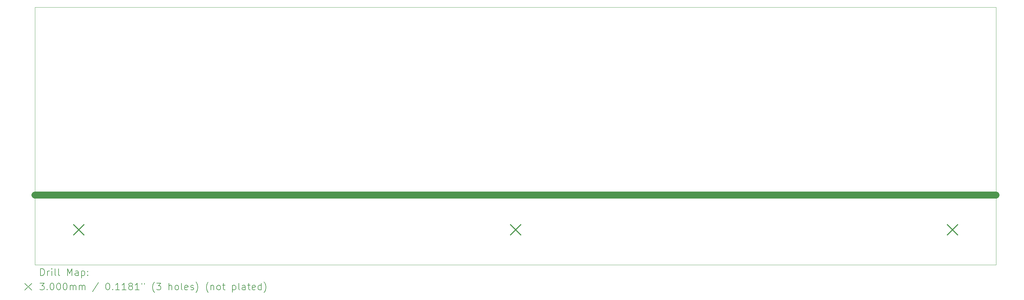
<source format=gbr>
%TF.GenerationSoftware,KiCad,Pcbnew,8.0.8*%
%TF.CreationDate,2025-03-20T18:17:03-07:00*%
%TF.ProjectId,Output Board,4f757470-7574-4204-926f-6172642e6b69,rev?*%
%TF.SameCoordinates,Original*%
%TF.FileFunction,Drillmap*%
%TF.FilePolarity,Positive*%
%FSLAX45Y45*%
G04 Gerber Fmt 4.5, Leading zero omitted, Abs format (unit mm)*
G04 Created by KiCad (PCBNEW 8.0.8) date 2025-03-20 18:17:03*
%MOMM*%
%LPD*%
G01*
G04 APERTURE LIST*
%ADD10C,0.050000*%
%ADD11C,2.000000*%
%ADD12C,0.200000*%
%ADD13C,0.300000*%
G04 APERTURE END LIST*
D10*
X6530000Y-10582000D02*
X6530000Y-3082000D01*
X34470000Y-10582000D02*
X34470000Y-3082000D01*
X34470000Y-3082000D02*
X6530000Y-3082000D01*
D11*
X6530000Y-8550000D02*
X34470000Y-8550000D01*
D10*
X6530000Y-10582000D02*
X34470000Y-10582000D01*
D12*
D13*
X7650000Y-9416000D02*
X7950000Y-9716000D01*
X7950000Y-9416000D02*
X7650000Y-9716000D01*
X20350000Y-9416000D02*
X20650000Y-9716000D01*
X20650000Y-9416000D02*
X20350000Y-9716000D01*
X33050000Y-9416000D02*
X33350000Y-9716000D01*
X33350000Y-9416000D02*
X33050000Y-9716000D01*
D12*
X6690777Y-10895984D02*
X6690777Y-10695984D01*
X6690777Y-10695984D02*
X6738396Y-10695984D01*
X6738396Y-10695984D02*
X6766967Y-10705508D01*
X6766967Y-10705508D02*
X6786015Y-10724555D01*
X6786015Y-10724555D02*
X6795539Y-10743603D01*
X6795539Y-10743603D02*
X6805062Y-10781698D01*
X6805062Y-10781698D02*
X6805062Y-10810270D01*
X6805062Y-10810270D02*
X6795539Y-10848365D01*
X6795539Y-10848365D02*
X6786015Y-10867412D01*
X6786015Y-10867412D02*
X6766967Y-10886460D01*
X6766967Y-10886460D02*
X6738396Y-10895984D01*
X6738396Y-10895984D02*
X6690777Y-10895984D01*
X6890777Y-10895984D02*
X6890777Y-10762650D01*
X6890777Y-10800746D02*
X6900301Y-10781698D01*
X6900301Y-10781698D02*
X6909824Y-10772174D01*
X6909824Y-10772174D02*
X6928872Y-10762650D01*
X6928872Y-10762650D02*
X6947920Y-10762650D01*
X7014586Y-10895984D02*
X7014586Y-10762650D01*
X7014586Y-10695984D02*
X7005062Y-10705508D01*
X7005062Y-10705508D02*
X7014586Y-10715031D01*
X7014586Y-10715031D02*
X7024110Y-10705508D01*
X7024110Y-10705508D02*
X7014586Y-10695984D01*
X7014586Y-10695984D02*
X7014586Y-10715031D01*
X7138396Y-10895984D02*
X7119348Y-10886460D01*
X7119348Y-10886460D02*
X7109824Y-10867412D01*
X7109824Y-10867412D02*
X7109824Y-10695984D01*
X7243158Y-10895984D02*
X7224110Y-10886460D01*
X7224110Y-10886460D02*
X7214586Y-10867412D01*
X7214586Y-10867412D02*
X7214586Y-10695984D01*
X7471729Y-10895984D02*
X7471729Y-10695984D01*
X7471729Y-10695984D02*
X7538396Y-10838841D01*
X7538396Y-10838841D02*
X7605062Y-10695984D01*
X7605062Y-10695984D02*
X7605062Y-10895984D01*
X7786015Y-10895984D02*
X7786015Y-10791222D01*
X7786015Y-10791222D02*
X7776491Y-10772174D01*
X7776491Y-10772174D02*
X7757443Y-10762650D01*
X7757443Y-10762650D02*
X7719348Y-10762650D01*
X7719348Y-10762650D02*
X7700301Y-10772174D01*
X7786015Y-10886460D02*
X7766967Y-10895984D01*
X7766967Y-10895984D02*
X7719348Y-10895984D01*
X7719348Y-10895984D02*
X7700301Y-10886460D01*
X7700301Y-10886460D02*
X7690777Y-10867412D01*
X7690777Y-10867412D02*
X7690777Y-10848365D01*
X7690777Y-10848365D02*
X7700301Y-10829317D01*
X7700301Y-10829317D02*
X7719348Y-10819793D01*
X7719348Y-10819793D02*
X7766967Y-10819793D01*
X7766967Y-10819793D02*
X7786015Y-10810270D01*
X7881253Y-10762650D02*
X7881253Y-10962650D01*
X7881253Y-10772174D02*
X7900301Y-10762650D01*
X7900301Y-10762650D02*
X7938396Y-10762650D01*
X7938396Y-10762650D02*
X7957443Y-10772174D01*
X7957443Y-10772174D02*
X7966967Y-10781698D01*
X7966967Y-10781698D02*
X7976491Y-10800746D01*
X7976491Y-10800746D02*
X7976491Y-10857889D01*
X7976491Y-10857889D02*
X7966967Y-10876936D01*
X7966967Y-10876936D02*
X7957443Y-10886460D01*
X7957443Y-10886460D02*
X7938396Y-10895984D01*
X7938396Y-10895984D02*
X7900301Y-10895984D01*
X7900301Y-10895984D02*
X7881253Y-10886460D01*
X8062205Y-10876936D02*
X8071729Y-10886460D01*
X8071729Y-10886460D02*
X8062205Y-10895984D01*
X8062205Y-10895984D02*
X8052682Y-10886460D01*
X8052682Y-10886460D02*
X8062205Y-10876936D01*
X8062205Y-10876936D02*
X8062205Y-10895984D01*
X8062205Y-10772174D02*
X8071729Y-10781698D01*
X8071729Y-10781698D02*
X8062205Y-10791222D01*
X8062205Y-10791222D02*
X8052682Y-10781698D01*
X8052682Y-10781698D02*
X8062205Y-10772174D01*
X8062205Y-10772174D02*
X8062205Y-10791222D01*
X6230000Y-11124500D02*
X6430000Y-11324500D01*
X6430000Y-11124500D02*
X6230000Y-11324500D01*
X6671729Y-11115984D02*
X6795539Y-11115984D01*
X6795539Y-11115984D02*
X6728872Y-11192174D01*
X6728872Y-11192174D02*
X6757443Y-11192174D01*
X6757443Y-11192174D02*
X6776491Y-11201698D01*
X6776491Y-11201698D02*
X6786015Y-11211222D01*
X6786015Y-11211222D02*
X6795539Y-11230269D01*
X6795539Y-11230269D02*
X6795539Y-11277888D01*
X6795539Y-11277888D02*
X6786015Y-11296936D01*
X6786015Y-11296936D02*
X6776491Y-11306460D01*
X6776491Y-11306460D02*
X6757443Y-11315984D01*
X6757443Y-11315984D02*
X6700301Y-11315984D01*
X6700301Y-11315984D02*
X6681253Y-11306460D01*
X6681253Y-11306460D02*
X6671729Y-11296936D01*
X6881253Y-11296936D02*
X6890777Y-11306460D01*
X6890777Y-11306460D02*
X6881253Y-11315984D01*
X6881253Y-11315984D02*
X6871729Y-11306460D01*
X6871729Y-11306460D02*
X6881253Y-11296936D01*
X6881253Y-11296936D02*
X6881253Y-11315984D01*
X7014586Y-11115984D02*
X7033634Y-11115984D01*
X7033634Y-11115984D02*
X7052682Y-11125508D01*
X7052682Y-11125508D02*
X7062205Y-11135031D01*
X7062205Y-11135031D02*
X7071729Y-11154079D01*
X7071729Y-11154079D02*
X7081253Y-11192174D01*
X7081253Y-11192174D02*
X7081253Y-11239793D01*
X7081253Y-11239793D02*
X7071729Y-11277888D01*
X7071729Y-11277888D02*
X7062205Y-11296936D01*
X7062205Y-11296936D02*
X7052682Y-11306460D01*
X7052682Y-11306460D02*
X7033634Y-11315984D01*
X7033634Y-11315984D02*
X7014586Y-11315984D01*
X7014586Y-11315984D02*
X6995539Y-11306460D01*
X6995539Y-11306460D02*
X6986015Y-11296936D01*
X6986015Y-11296936D02*
X6976491Y-11277888D01*
X6976491Y-11277888D02*
X6966967Y-11239793D01*
X6966967Y-11239793D02*
X6966967Y-11192174D01*
X6966967Y-11192174D02*
X6976491Y-11154079D01*
X6976491Y-11154079D02*
X6986015Y-11135031D01*
X6986015Y-11135031D02*
X6995539Y-11125508D01*
X6995539Y-11125508D02*
X7014586Y-11115984D01*
X7205062Y-11115984D02*
X7224110Y-11115984D01*
X7224110Y-11115984D02*
X7243158Y-11125508D01*
X7243158Y-11125508D02*
X7252682Y-11135031D01*
X7252682Y-11135031D02*
X7262205Y-11154079D01*
X7262205Y-11154079D02*
X7271729Y-11192174D01*
X7271729Y-11192174D02*
X7271729Y-11239793D01*
X7271729Y-11239793D02*
X7262205Y-11277888D01*
X7262205Y-11277888D02*
X7252682Y-11296936D01*
X7252682Y-11296936D02*
X7243158Y-11306460D01*
X7243158Y-11306460D02*
X7224110Y-11315984D01*
X7224110Y-11315984D02*
X7205062Y-11315984D01*
X7205062Y-11315984D02*
X7186015Y-11306460D01*
X7186015Y-11306460D02*
X7176491Y-11296936D01*
X7176491Y-11296936D02*
X7166967Y-11277888D01*
X7166967Y-11277888D02*
X7157443Y-11239793D01*
X7157443Y-11239793D02*
X7157443Y-11192174D01*
X7157443Y-11192174D02*
X7166967Y-11154079D01*
X7166967Y-11154079D02*
X7176491Y-11135031D01*
X7176491Y-11135031D02*
X7186015Y-11125508D01*
X7186015Y-11125508D02*
X7205062Y-11115984D01*
X7395539Y-11115984D02*
X7414586Y-11115984D01*
X7414586Y-11115984D02*
X7433634Y-11125508D01*
X7433634Y-11125508D02*
X7443158Y-11135031D01*
X7443158Y-11135031D02*
X7452682Y-11154079D01*
X7452682Y-11154079D02*
X7462205Y-11192174D01*
X7462205Y-11192174D02*
X7462205Y-11239793D01*
X7462205Y-11239793D02*
X7452682Y-11277888D01*
X7452682Y-11277888D02*
X7443158Y-11296936D01*
X7443158Y-11296936D02*
X7433634Y-11306460D01*
X7433634Y-11306460D02*
X7414586Y-11315984D01*
X7414586Y-11315984D02*
X7395539Y-11315984D01*
X7395539Y-11315984D02*
X7376491Y-11306460D01*
X7376491Y-11306460D02*
X7366967Y-11296936D01*
X7366967Y-11296936D02*
X7357443Y-11277888D01*
X7357443Y-11277888D02*
X7347920Y-11239793D01*
X7347920Y-11239793D02*
X7347920Y-11192174D01*
X7347920Y-11192174D02*
X7357443Y-11154079D01*
X7357443Y-11154079D02*
X7366967Y-11135031D01*
X7366967Y-11135031D02*
X7376491Y-11125508D01*
X7376491Y-11125508D02*
X7395539Y-11115984D01*
X7547920Y-11315984D02*
X7547920Y-11182650D01*
X7547920Y-11201698D02*
X7557443Y-11192174D01*
X7557443Y-11192174D02*
X7576491Y-11182650D01*
X7576491Y-11182650D02*
X7605063Y-11182650D01*
X7605063Y-11182650D02*
X7624110Y-11192174D01*
X7624110Y-11192174D02*
X7633634Y-11211222D01*
X7633634Y-11211222D02*
X7633634Y-11315984D01*
X7633634Y-11211222D02*
X7643158Y-11192174D01*
X7643158Y-11192174D02*
X7662205Y-11182650D01*
X7662205Y-11182650D02*
X7690777Y-11182650D01*
X7690777Y-11182650D02*
X7709824Y-11192174D01*
X7709824Y-11192174D02*
X7719348Y-11211222D01*
X7719348Y-11211222D02*
X7719348Y-11315984D01*
X7814586Y-11315984D02*
X7814586Y-11182650D01*
X7814586Y-11201698D02*
X7824110Y-11192174D01*
X7824110Y-11192174D02*
X7843158Y-11182650D01*
X7843158Y-11182650D02*
X7871729Y-11182650D01*
X7871729Y-11182650D02*
X7890777Y-11192174D01*
X7890777Y-11192174D02*
X7900301Y-11211222D01*
X7900301Y-11211222D02*
X7900301Y-11315984D01*
X7900301Y-11211222D02*
X7909824Y-11192174D01*
X7909824Y-11192174D02*
X7928872Y-11182650D01*
X7928872Y-11182650D02*
X7957443Y-11182650D01*
X7957443Y-11182650D02*
X7976491Y-11192174D01*
X7976491Y-11192174D02*
X7986015Y-11211222D01*
X7986015Y-11211222D02*
X7986015Y-11315984D01*
X8376491Y-11106460D02*
X8205063Y-11363603D01*
X8633634Y-11115984D02*
X8652682Y-11115984D01*
X8652682Y-11115984D02*
X8671729Y-11125508D01*
X8671729Y-11125508D02*
X8681253Y-11135031D01*
X8681253Y-11135031D02*
X8690777Y-11154079D01*
X8690777Y-11154079D02*
X8700301Y-11192174D01*
X8700301Y-11192174D02*
X8700301Y-11239793D01*
X8700301Y-11239793D02*
X8690777Y-11277888D01*
X8690777Y-11277888D02*
X8681253Y-11296936D01*
X8681253Y-11296936D02*
X8671729Y-11306460D01*
X8671729Y-11306460D02*
X8652682Y-11315984D01*
X8652682Y-11315984D02*
X8633634Y-11315984D01*
X8633634Y-11315984D02*
X8614587Y-11306460D01*
X8614587Y-11306460D02*
X8605063Y-11296936D01*
X8605063Y-11296936D02*
X8595539Y-11277888D01*
X8595539Y-11277888D02*
X8586015Y-11239793D01*
X8586015Y-11239793D02*
X8586015Y-11192174D01*
X8586015Y-11192174D02*
X8595539Y-11154079D01*
X8595539Y-11154079D02*
X8605063Y-11135031D01*
X8605063Y-11135031D02*
X8614587Y-11125508D01*
X8614587Y-11125508D02*
X8633634Y-11115984D01*
X8786015Y-11296936D02*
X8795539Y-11306460D01*
X8795539Y-11306460D02*
X8786015Y-11315984D01*
X8786015Y-11315984D02*
X8776491Y-11306460D01*
X8776491Y-11306460D02*
X8786015Y-11296936D01*
X8786015Y-11296936D02*
X8786015Y-11315984D01*
X8986015Y-11315984D02*
X8871729Y-11315984D01*
X8928872Y-11315984D02*
X8928872Y-11115984D01*
X8928872Y-11115984D02*
X8909825Y-11144555D01*
X8909825Y-11144555D02*
X8890777Y-11163603D01*
X8890777Y-11163603D02*
X8871729Y-11173127D01*
X9176491Y-11315984D02*
X9062206Y-11315984D01*
X9119348Y-11315984D02*
X9119348Y-11115984D01*
X9119348Y-11115984D02*
X9100301Y-11144555D01*
X9100301Y-11144555D02*
X9081253Y-11163603D01*
X9081253Y-11163603D02*
X9062206Y-11173127D01*
X9290777Y-11201698D02*
X9271729Y-11192174D01*
X9271729Y-11192174D02*
X9262206Y-11182650D01*
X9262206Y-11182650D02*
X9252682Y-11163603D01*
X9252682Y-11163603D02*
X9252682Y-11154079D01*
X9252682Y-11154079D02*
X9262206Y-11135031D01*
X9262206Y-11135031D02*
X9271729Y-11125508D01*
X9271729Y-11125508D02*
X9290777Y-11115984D01*
X9290777Y-11115984D02*
X9328872Y-11115984D01*
X9328872Y-11115984D02*
X9347920Y-11125508D01*
X9347920Y-11125508D02*
X9357444Y-11135031D01*
X9357444Y-11135031D02*
X9366968Y-11154079D01*
X9366968Y-11154079D02*
X9366968Y-11163603D01*
X9366968Y-11163603D02*
X9357444Y-11182650D01*
X9357444Y-11182650D02*
X9347920Y-11192174D01*
X9347920Y-11192174D02*
X9328872Y-11201698D01*
X9328872Y-11201698D02*
X9290777Y-11201698D01*
X9290777Y-11201698D02*
X9271729Y-11211222D01*
X9271729Y-11211222D02*
X9262206Y-11220746D01*
X9262206Y-11220746D02*
X9252682Y-11239793D01*
X9252682Y-11239793D02*
X9252682Y-11277888D01*
X9252682Y-11277888D02*
X9262206Y-11296936D01*
X9262206Y-11296936D02*
X9271729Y-11306460D01*
X9271729Y-11306460D02*
X9290777Y-11315984D01*
X9290777Y-11315984D02*
X9328872Y-11315984D01*
X9328872Y-11315984D02*
X9347920Y-11306460D01*
X9347920Y-11306460D02*
X9357444Y-11296936D01*
X9357444Y-11296936D02*
X9366968Y-11277888D01*
X9366968Y-11277888D02*
X9366968Y-11239793D01*
X9366968Y-11239793D02*
X9357444Y-11220746D01*
X9357444Y-11220746D02*
X9347920Y-11211222D01*
X9347920Y-11211222D02*
X9328872Y-11201698D01*
X9557444Y-11315984D02*
X9443158Y-11315984D01*
X9500301Y-11315984D02*
X9500301Y-11115984D01*
X9500301Y-11115984D02*
X9481253Y-11144555D01*
X9481253Y-11144555D02*
X9462206Y-11163603D01*
X9462206Y-11163603D02*
X9443158Y-11173127D01*
X9633634Y-11115984D02*
X9633634Y-11154079D01*
X9709825Y-11115984D02*
X9709825Y-11154079D01*
X10005063Y-11392174D02*
X9995539Y-11382650D01*
X9995539Y-11382650D02*
X9976491Y-11354079D01*
X9976491Y-11354079D02*
X9966968Y-11335031D01*
X9966968Y-11335031D02*
X9957444Y-11306460D01*
X9957444Y-11306460D02*
X9947920Y-11258841D01*
X9947920Y-11258841D02*
X9947920Y-11220746D01*
X9947920Y-11220746D02*
X9957444Y-11173127D01*
X9957444Y-11173127D02*
X9966968Y-11144555D01*
X9966968Y-11144555D02*
X9976491Y-11125508D01*
X9976491Y-11125508D02*
X9995539Y-11096936D01*
X9995539Y-11096936D02*
X10005063Y-11087412D01*
X10062206Y-11115984D02*
X10186015Y-11115984D01*
X10186015Y-11115984D02*
X10119349Y-11192174D01*
X10119349Y-11192174D02*
X10147920Y-11192174D01*
X10147920Y-11192174D02*
X10166968Y-11201698D01*
X10166968Y-11201698D02*
X10176491Y-11211222D01*
X10176491Y-11211222D02*
X10186015Y-11230269D01*
X10186015Y-11230269D02*
X10186015Y-11277888D01*
X10186015Y-11277888D02*
X10176491Y-11296936D01*
X10176491Y-11296936D02*
X10166968Y-11306460D01*
X10166968Y-11306460D02*
X10147920Y-11315984D01*
X10147920Y-11315984D02*
X10090777Y-11315984D01*
X10090777Y-11315984D02*
X10071730Y-11306460D01*
X10071730Y-11306460D02*
X10062206Y-11296936D01*
X10424111Y-11315984D02*
X10424111Y-11115984D01*
X10509825Y-11315984D02*
X10509825Y-11211222D01*
X10509825Y-11211222D02*
X10500301Y-11192174D01*
X10500301Y-11192174D02*
X10481253Y-11182650D01*
X10481253Y-11182650D02*
X10452682Y-11182650D01*
X10452682Y-11182650D02*
X10433634Y-11192174D01*
X10433634Y-11192174D02*
X10424111Y-11201698D01*
X10633634Y-11315984D02*
X10614587Y-11306460D01*
X10614587Y-11306460D02*
X10605063Y-11296936D01*
X10605063Y-11296936D02*
X10595539Y-11277888D01*
X10595539Y-11277888D02*
X10595539Y-11220746D01*
X10595539Y-11220746D02*
X10605063Y-11201698D01*
X10605063Y-11201698D02*
X10614587Y-11192174D01*
X10614587Y-11192174D02*
X10633634Y-11182650D01*
X10633634Y-11182650D02*
X10662206Y-11182650D01*
X10662206Y-11182650D02*
X10681253Y-11192174D01*
X10681253Y-11192174D02*
X10690777Y-11201698D01*
X10690777Y-11201698D02*
X10700301Y-11220746D01*
X10700301Y-11220746D02*
X10700301Y-11277888D01*
X10700301Y-11277888D02*
X10690777Y-11296936D01*
X10690777Y-11296936D02*
X10681253Y-11306460D01*
X10681253Y-11306460D02*
X10662206Y-11315984D01*
X10662206Y-11315984D02*
X10633634Y-11315984D01*
X10814587Y-11315984D02*
X10795539Y-11306460D01*
X10795539Y-11306460D02*
X10786015Y-11287412D01*
X10786015Y-11287412D02*
X10786015Y-11115984D01*
X10966968Y-11306460D02*
X10947920Y-11315984D01*
X10947920Y-11315984D02*
X10909825Y-11315984D01*
X10909825Y-11315984D02*
X10890777Y-11306460D01*
X10890777Y-11306460D02*
X10881253Y-11287412D01*
X10881253Y-11287412D02*
X10881253Y-11211222D01*
X10881253Y-11211222D02*
X10890777Y-11192174D01*
X10890777Y-11192174D02*
X10909825Y-11182650D01*
X10909825Y-11182650D02*
X10947920Y-11182650D01*
X10947920Y-11182650D02*
X10966968Y-11192174D01*
X10966968Y-11192174D02*
X10976492Y-11211222D01*
X10976492Y-11211222D02*
X10976492Y-11230269D01*
X10976492Y-11230269D02*
X10881253Y-11249317D01*
X11052682Y-11306460D02*
X11071730Y-11315984D01*
X11071730Y-11315984D02*
X11109825Y-11315984D01*
X11109825Y-11315984D02*
X11128873Y-11306460D01*
X11128873Y-11306460D02*
X11138396Y-11287412D01*
X11138396Y-11287412D02*
X11138396Y-11277888D01*
X11138396Y-11277888D02*
X11128873Y-11258841D01*
X11128873Y-11258841D02*
X11109825Y-11249317D01*
X11109825Y-11249317D02*
X11081253Y-11249317D01*
X11081253Y-11249317D02*
X11062206Y-11239793D01*
X11062206Y-11239793D02*
X11052682Y-11220746D01*
X11052682Y-11220746D02*
X11052682Y-11211222D01*
X11052682Y-11211222D02*
X11062206Y-11192174D01*
X11062206Y-11192174D02*
X11081253Y-11182650D01*
X11081253Y-11182650D02*
X11109825Y-11182650D01*
X11109825Y-11182650D02*
X11128873Y-11192174D01*
X11205063Y-11392174D02*
X11214587Y-11382650D01*
X11214587Y-11382650D02*
X11233634Y-11354079D01*
X11233634Y-11354079D02*
X11243158Y-11335031D01*
X11243158Y-11335031D02*
X11252682Y-11306460D01*
X11252682Y-11306460D02*
X11262206Y-11258841D01*
X11262206Y-11258841D02*
X11262206Y-11220746D01*
X11262206Y-11220746D02*
X11252682Y-11173127D01*
X11252682Y-11173127D02*
X11243158Y-11144555D01*
X11243158Y-11144555D02*
X11233634Y-11125508D01*
X11233634Y-11125508D02*
X11214587Y-11096936D01*
X11214587Y-11096936D02*
X11205063Y-11087412D01*
X11566968Y-11392174D02*
X11557444Y-11382650D01*
X11557444Y-11382650D02*
X11538396Y-11354079D01*
X11538396Y-11354079D02*
X11528872Y-11335031D01*
X11528872Y-11335031D02*
X11519349Y-11306460D01*
X11519349Y-11306460D02*
X11509825Y-11258841D01*
X11509825Y-11258841D02*
X11509825Y-11220746D01*
X11509825Y-11220746D02*
X11519349Y-11173127D01*
X11519349Y-11173127D02*
X11528872Y-11144555D01*
X11528872Y-11144555D02*
X11538396Y-11125508D01*
X11538396Y-11125508D02*
X11557444Y-11096936D01*
X11557444Y-11096936D02*
X11566968Y-11087412D01*
X11643158Y-11182650D02*
X11643158Y-11315984D01*
X11643158Y-11201698D02*
X11652682Y-11192174D01*
X11652682Y-11192174D02*
X11671730Y-11182650D01*
X11671730Y-11182650D02*
X11700301Y-11182650D01*
X11700301Y-11182650D02*
X11719349Y-11192174D01*
X11719349Y-11192174D02*
X11728872Y-11211222D01*
X11728872Y-11211222D02*
X11728872Y-11315984D01*
X11852682Y-11315984D02*
X11833634Y-11306460D01*
X11833634Y-11306460D02*
X11824111Y-11296936D01*
X11824111Y-11296936D02*
X11814587Y-11277888D01*
X11814587Y-11277888D02*
X11814587Y-11220746D01*
X11814587Y-11220746D02*
X11824111Y-11201698D01*
X11824111Y-11201698D02*
X11833634Y-11192174D01*
X11833634Y-11192174D02*
X11852682Y-11182650D01*
X11852682Y-11182650D02*
X11881253Y-11182650D01*
X11881253Y-11182650D02*
X11900301Y-11192174D01*
X11900301Y-11192174D02*
X11909825Y-11201698D01*
X11909825Y-11201698D02*
X11919349Y-11220746D01*
X11919349Y-11220746D02*
X11919349Y-11277888D01*
X11919349Y-11277888D02*
X11909825Y-11296936D01*
X11909825Y-11296936D02*
X11900301Y-11306460D01*
X11900301Y-11306460D02*
X11881253Y-11315984D01*
X11881253Y-11315984D02*
X11852682Y-11315984D01*
X11976492Y-11182650D02*
X12052682Y-11182650D01*
X12005063Y-11115984D02*
X12005063Y-11287412D01*
X12005063Y-11287412D02*
X12014587Y-11306460D01*
X12014587Y-11306460D02*
X12033634Y-11315984D01*
X12033634Y-11315984D02*
X12052682Y-11315984D01*
X12271730Y-11182650D02*
X12271730Y-11382650D01*
X12271730Y-11192174D02*
X12290777Y-11182650D01*
X12290777Y-11182650D02*
X12328873Y-11182650D01*
X12328873Y-11182650D02*
X12347920Y-11192174D01*
X12347920Y-11192174D02*
X12357444Y-11201698D01*
X12357444Y-11201698D02*
X12366968Y-11220746D01*
X12366968Y-11220746D02*
X12366968Y-11277888D01*
X12366968Y-11277888D02*
X12357444Y-11296936D01*
X12357444Y-11296936D02*
X12347920Y-11306460D01*
X12347920Y-11306460D02*
X12328873Y-11315984D01*
X12328873Y-11315984D02*
X12290777Y-11315984D01*
X12290777Y-11315984D02*
X12271730Y-11306460D01*
X12481253Y-11315984D02*
X12462206Y-11306460D01*
X12462206Y-11306460D02*
X12452682Y-11287412D01*
X12452682Y-11287412D02*
X12452682Y-11115984D01*
X12643158Y-11315984D02*
X12643158Y-11211222D01*
X12643158Y-11211222D02*
X12633634Y-11192174D01*
X12633634Y-11192174D02*
X12614587Y-11182650D01*
X12614587Y-11182650D02*
X12576492Y-11182650D01*
X12576492Y-11182650D02*
X12557444Y-11192174D01*
X12643158Y-11306460D02*
X12624111Y-11315984D01*
X12624111Y-11315984D02*
X12576492Y-11315984D01*
X12576492Y-11315984D02*
X12557444Y-11306460D01*
X12557444Y-11306460D02*
X12547920Y-11287412D01*
X12547920Y-11287412D02*
X12547920Y-11268365D01*
X12547920Y-11268365D02*
X12557444Y-11249317D01*
X12557444Y-11249317D02*
X12576492Y-11239793D01*
X12576492Y-11239793D02*
X12624111Y-11239793D01*
X12624111Y-11239793D02*
X12643158Y-11230269D01*
X12709825Y-11182650D02*
X12786015Y-11182650D01*
X12738396Y-11115984D02*
X12738396Y-11287412D01*
X12738396Y-11287412D02*
X12747920Y-11306460D01*
X12747920Y-11306460D02*
X12766968Y-11315984D01*
X12766968Y-11315984D02*
X12786015Y-11315984D01*
X12928873Y-11306460D02*
X12909825Y-11315984D01*
X12909825Y-11315984D02*
X12871730Y-11315984D01*
X12871730Y-11315984D02*
X12852682Y-11306460D01*
X12852682Y-11306460D02*
X12843158Y-11287412D01*
X12843158Y-11287412D02*
X12843158Y-11211222D01*
X12843158Y-11211222D02*
X12852682Y-11192174D01*
X12852682Y-11192174D02*
X12871730Y-11182650D01*
X12871730Y-11182650D02*
X12909825Y-11182650D01*
X12909825Y-11182650D02*
X12928873Y-11192174D01*
X12928873Y-11192174D02*
X12938396Y-11211222D01*
X12938396Y-11211222D02*
X12938396Y-11230269D01*
X12938396Y-11230269D02*
X12843158Y-11249317D01*
X13109825Y-11315984D02*
X13109825Y-11115984D01*
X13109825Y-11306460D02*
X13090777Y-11315984D01*
X13090777Y-11315984D02*
X13052682Y-11315984D01*
X13052682Y-11315984D02*
X13033634Y-11306460D01*
X13033634Y-11306460D02*
X13024111Y-11296936D01*
X13024111Y-11296936D02*
X13014587Y-11277888D01*
X13014587Y-11277888D02*
X13014587Y-11220746D01*
X13014587Y-11220746D02*
X13024111Y-11201698D01*
X13024111Y-11201698D02*
X13033634Y-11192174D01*
X13033634Y-11192174D02*
X13052682Y-11182650D01*
X13052682Y-11182650D02*
X13090777Y-11182650D01*
X13090777Y-11182650D02*
X13109825Y-11192174D01*
X13186015Y-11392174D02*
X13195539Y-11382650D01*
X13195539Y-11382650D02*
X13214587Y-11354079D01*
X13214587Y-11354079D02*
X13224111Y-11335031D01*
X13224111Y-11335031D02*
X13233634Y-11306460D01*
X13233634Y-11306460D02*
X13243158Y-11258841D01*
X13243158Y-11258841D02*
X13243158Y-11220746D01*
X13243158Y-11220746D02*
X13233634Y-11173127D01*
X13233634Y-11173127D02*
X13224111Y-11144555D01*
X13224111Y-11144555D02*
X13214587Y-11125508D01*
X13214587Y-11125508D02*
X13195539Y-11096936D01*
X13195539Y-11096936D02*
X13186015Y-11087412D01*
M02*

</source>
